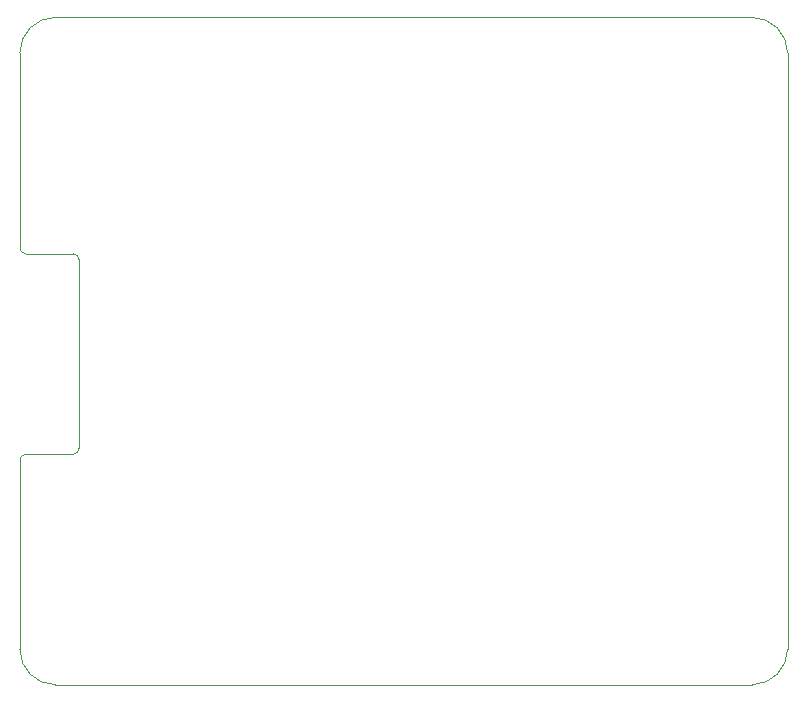
<source format=gm1>
%TF.GenerationSoftware,KiCad,Pcbnew,9.0.7*%
%TF.CreationDate,2026-01-29T23:32:27-08:00*%
%TF.ProjectId,encoders,656e636f-6465-4727-932e-6b696361645f,rev?*%
%TF.SameCoordinates,Original*%
%TF.FileFunction,Profile,NP*%
%FSLAX46Y46*%
G04 Gerber Fmt 4.6, Leading zero omitted, Abs format (unit mm)*
G04 Created by KiCad (PCBNEW 9.0.7) date 2026-01-29 23:32:27*
%MOMM*%
%LPD*%
G01*
G04 APERTURE LIST*
%TA.AperFunction,Profile*%
%ADD10C,0.100000*%
%TD*%
G04 APERTURE END LIST*
D10*
X165000000Y-47000000D02*
X165000000Y-46500000D01*
X100500000Y-63500000D02*
G75*
G02*
X100000000Y-63000000I0J500000D01*
G01*
X165000000Y-97000000D02*
X165000000Y-47000000D01*
X100000000Y-47000000D02*
X100000000Y-63000000D01*
X100000000Y-47000000D02*
X100000000Y-46500000D01*
X103000000Y-100000000D02*
G75*
G02*
X100000000Y-97000000I0J3000000D01*
G01*
X100000000Y-46500000D02*
G75*
G02*
X103000000Y-43500000I3000000J0D01*
G01*
X103000000Y-100000000D02*
X162000000Y-100000000D01*
X162000000Y-43500000D02*
X103000000Y-43500000D01*
X104500000Y-80500000D02*
X100500000Y-80500000D01*
X100000000Y-81000000D02*
G75*
G02*
X100499127Y-80500001I500000J0D01*
G01*
X162000000Y-43500000D02*
G75*
G02*
X165000000Y-46500000I0J-3000000D01*
G01*
X165000000Y-97000000D02*
G75*
G02*
X162000000Y-100000000I-3000000J0D01*
G01*
X105000000Y-64000000D02*
X105000000Y-80000000D01*
X100000000Y-81000000D02*
X100000000Y-97000000D01*
X100500000Y-63500000D02*
X104500000Y-63500000D01*
X105000000Y-80000000D02*
G75*
G02*
X104500000Y-80500000I-500000J0D01*
G01*
X104500000Y-63500000D02*
G75*
G02*
X105000000Y-64000000I0J-500000D01*
G01*
M02*

</source>
